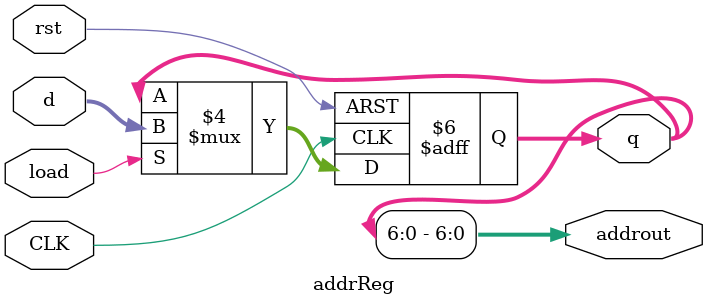
<source format=v>
module addrReg(
    input wire CLK,
    input wire rst,
    input wire load,
    input wire [15:0] d,
    output reg [15:0] q,
	 output wire [6:0] addrout
);
always @(posedge CLK or posedge rst) begin
    if(rst==1'b1)
	 begin 
	 q<=16'h0000;
	 end
    else begin
        if(load==1'b1)
        q<=d;
    end
end
assign addrout=q[6:0];
endmodule

</source>
